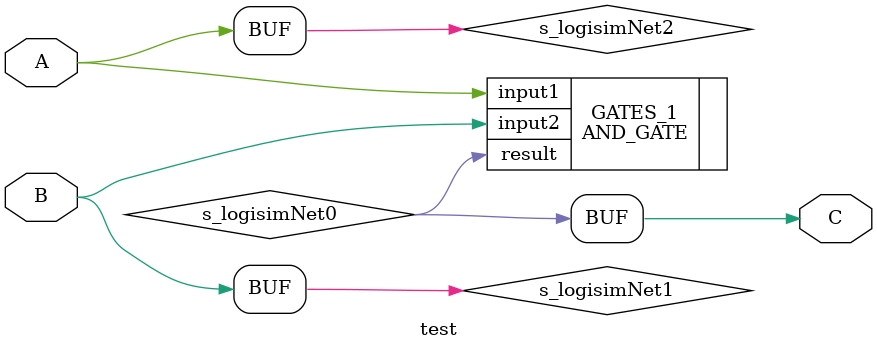
<source format=v>
/******************************************************************************
 ** Logisim-evolution goes FPGA automatic generated Verilog code             **
 ** https://github.com/logisim-evolution/                                    **
 **                                                                          **
 ** Component : test                                                         **
 **                                                                          **
 *****************************************************************************/

module test( A,
             B,
             C );

   /*******************************************************************************
   ** The inputs are defined here                                                **
   *******************************************************************************/
   input A;
   input B;

   /*******************************************************************************
   ** The outputs are defined here                                               **
   *******************************************************************************/
   output C;

   /*******************************************************************************
   ** The wires are defined here                                                 **
   *******************************************************************************/
   wire s_logisimNet0;
   wire s_logisimNet1;
   wire s_logisimNet2;

   /*******************************************************************************
   ** The module functionality is described here                                 **
   *******************************************************************************/

   /*******************************************************************************
   ** Here all input connections are defined                                     **
   *******************************************************************************/
   assign s_logisimNet1 = B;
   assign s_logisimNet2 = A;

   /*******************************************************************************
   ** Here all output connections are defined                                    **
   *******************************************************************************/
   assign C = s_logisimNet0;

   /*******************************************************************************
   ** Here all normal components are defined                                     **
   *******************************************************************************/
   AND_GATE #(.BubblesMask(2'b00))
      GATES_1 (.input1(s_logisimNet2),
               .input2(s_logisimNet1),
               .result(s_logisimNet0));


endmodule

</source>
